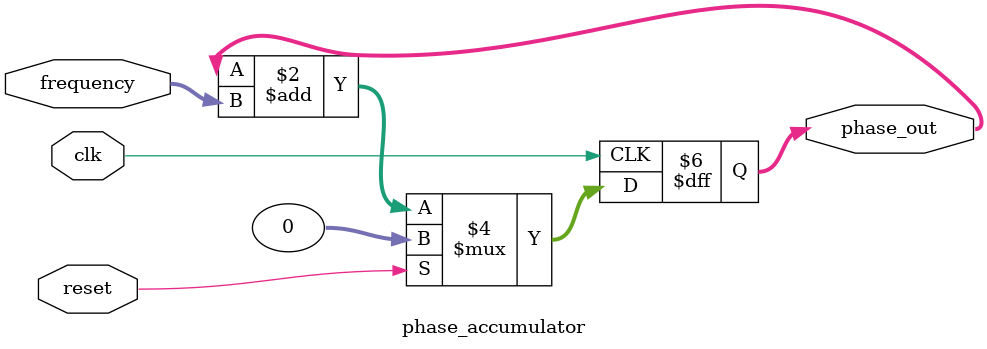
<source format=v>
module phase_accumulator(clk,reset,frequency,phase_out);
	parameter RESOLUTION = 32;
	
	input	clk;
	input	reset;
	input	[RESOLUTION-1:0] frequency;
	
	output reg [RESOLUTION-1:0] phase_out;
	
	always @(posedge clk)
		if(reset)
			phase_out <= #1 32'b0; // reset the phase accumulator to 0
		else
			phase_out <= #1 phase_out + frequency; // add frequency increment to phase accumulator
			
endmodule
	
</source>
